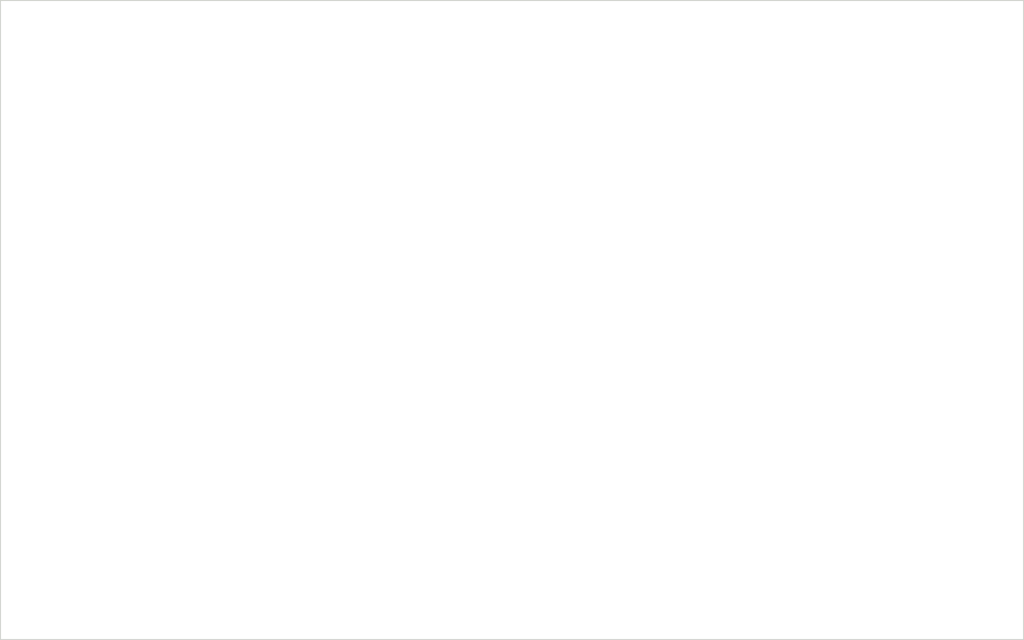
<source format=kicad_pcb>
(kicad_pcb (version 20171130) (host pcbnew "(5.1.6-0-10_14)")

  (general
    (thickness 1.6)
    (drawings 4)
    (tracks 0)
    (zones 0)
    (modules 0)
    (nets 1)
  )

  (page A4)
  (layers
    (0 F.Cu signal)
    (31 B.Cu signal)
    (32 B.Adhes user)
    (33 F.Adhes user)
    (34 B.Paste user)
    (35 F.Paste user)
    (36 B.SilkS user)
    (37 F.SilkS user)
    (38 B.Mask user)
    (39 F.Mask user)
    (40 Dwgs.User user)
    (41 Cmts.User user)
    (42 Eco1.User user)
    (43 Eco2.User user)
    (44 Edge.Cuts user)
    (45 Margin user)
    (46 B.CrtYd user)
    (47 F.CrtYd user)
    (48 B.Fab user)
    (49 F.Fab user)
  )

  (setup
    (last_trace_width 0.25)
    (trace_clearance 0.2)
    (zone_clearance 0.508)
    (zone_45_only no)
    (trace_min 0.2)
    (via_size 0.8)
    (via_drill 0.4)
    (via_min_size 0.4)
    (via_min_drill 0.3)
    (uvia_size 0.3)
    (uvia_drill 0.1)
    (uvias_allowed no)
    (uvia_min_size 0.2)
    (uvia_min_drill 0.1)
    (edge_width 0.15)
    (segment_width 0.2)
    (pcb_text_width 0.3)
    (pcb_text_size 1.5 1.5)
    (mod_edge_width 0.15)
    (mod_text_size 1 1)
    (mod_text_width 0.15)
    (pad_size 1.524 1.524)
    (pad_drill 0.762)
    (pad_to_mask_clearance 0.2)
    (aux_axis_origin 0 0)
    (grid_origin 55 145)
    (visible_elements FFFFFF7F)
    (pcbplotparams
      (layerselection 0x00030_ffffffff)
      (usegerberextensions false)
      (usegerberattributes true)
      (usegerberadvancedattributes true)
      (creategerberjobfile true)
      (excludeedgelayer true)
      (linewidth 0.100000)
      (plotframeref false)
      (viasonmask false)
      (mode 1)
      (useauxorigin false)
      (hpglpennumber 1)
      (hpglpenspeed 20)
      (hpglpendiameter 15.000000)
      (psnegative false)
      (psa4output false)
      (plotreference true)
      (plotvalue true)
      (plotinvisibletext false)
      (padsonsilk false)
      (subtractmaskfromsilk false)
      (outputformat 1)
      (mirror false)
      (drillshape 0)
      (scaleselection 1)
      (outputdirectory ""))
  )

  (net 0 "")

  (net_class Default "This is the default net class."
    (clearance 0.2)
    (trace_width 0.25)
    (via_dia 0.8)
    (via_drill 0.4)
    (uvia_dia 0.3)
    (uvia_drill 0.1)
  )

  (gr_line (start 55 145) (end 214.85 145) (angle 90) (layer Edge.Cuts) (width 0.15))
  (gr_line (start 55 45.15) (end 55 145) (angle 90) (layer Edge.Cuts) (width 0.15))
  (gr_line (start 214.84 45.15) (end 55 45.15) (angle 90) (layer Edge.Cuts) (width 0.15))
  (gr_line (start 214.85 145) (end 214.85 45.15) (angle 90) (layer Edge.Cuts) (width 0.15))

)

</source>
